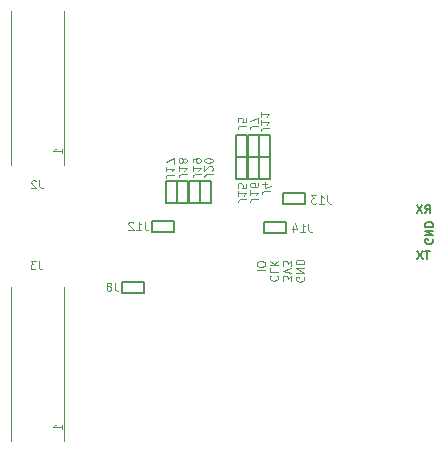
<source format=gbr>
G04 #@! TF.GenerationSoftware,KiCad,Pcbnew,5.1.4+dfsg1-1~bpo10+1*
G04 #@! TF.CreationDate,2020-01-21T09:26:30+01:00*
G04 #@! TF.ProjectId,video-booster-board,76696465-6f2d-4626-9f6f-737465722d62,rev?*
G04 #@! TF.SameCoordinates,Original*
G04 #@! TF.FileFunction,Legend,Bot*
G04 #@! TF.FilePolarity,Positive*
%FSLAX46Y46*%
G04 Gerber Fmt 4.6, Leading zero omitted, Abs format (unit mm)*
G04 Created by KiCad (PCBNEW 5.1.4+dfsg1-1~bpo10+1) date 2020-01-21 09:26:30*
%MOMM*%
%LPD*%
G04 APERTURE LIST*
%ADD10C,0.150000*%
%ADD11C,0.100000*%
%ADD12C,0.125000*%
G04 APERTURE END LIST*
D10*
X131755900Y-73017400D02*
X131755900Y-71157400D01*
X130815900Y-73017400D02*
X131755900Y-73017400D01*
X130815900Y-71157400D02*
X130815900Y-73017400D01*
X131755900Y-71157400D02*
X130815900Y-71157400D01*
X132745900Y-71177400D02*
X132745900Y-73037400D01*
X133685900Y-71177400D02*
X132745900Y-71177400D01*
X133685900Y-73037400D02*
X133685900Y-71177400D01*
X132745900Y-73037400D02*
X133685900Y-73037400D01*
X130815900Y-73057400D02*
X130815900Y-74917400D01*
X131755900Y-73057400D02*
X130815900Y-73057400D01*
X131755900Y-74917400D02*
X131755900Y-73057400D01*
X130815900Y-74917400D02*
X131755900Y-74917400D01*
X131765900Y-73057400D02*
X131765900Y-74917400D01*
X132705900Y-73057400D02*
X131765900Y-73057400D01*
X132705900Y-74917400D02*
X132705900Y-73057400D01*
X131765900Y-74917400D02*
X132705900Y-74917400D01*
X126765900Y-75117400D02*
X126765900Y-76977400D01*
X127705900Y-75117400D02*
X126765900Y-75117400D01*
X127705900Y-76977400D02*
X127705900Y-75117400D01*
X126765900Y-76977400D02*
X127705900Y-76977400D01*
X128655900Y-76977400D02*
X128655900Y-75117400D01*
X127715900Y-76977400D02*
X128655900Y-76977400D01*
X127715900Y-75117400D02*
X127715900Y-76977400D01*
X128655900Y-75117400D02*
X127715900Y-75117400D01*
X125755900Y-76977400D02*
X125755900Y-75117400D01*
X124815900Y-76977400D02*
X125755900Y-76977400D01*
X124815900Y-75117400D02*
X124815900Y-76977400D01*
X125755900Y-75117400D02*
X124815900Y-75117400D01*
X126735900Y-76977400D02*
X126735900Y-75117400D01*
X125795900Y-76977400D02*
X126735900Y-76977400D01*
X125795900Y-75117400D02*
X125795900Y-76977400D01*
X126735900Y-75117400D02*
X125795900Y-75117400D01*
X132755900Y-73057400D02*
X132755900Y-74917400D01*
X133695900Y-73057400D02*
X132755900Y-73057400D01*
X133695900Y-74917400D02*
X133695900Y-73057400D01*
X132755900Y-74917400D02*
X133695900Y-74917400D01*
X123687900Y-79389400D02*
X125547900Y-79389400D01*
X123687900Y-78449400D02*
X123687900Y-79389400D01*
X125547900Y-78449400D02*
X123687900Y-78449400D01*
X125547900Y-79389400D02*
X125547900Y-78449400D01*
X135055600Y-78522400D02*
X133195600Y-78522400D01*
X135055600Y-79462400D02*
X135055600Y-78522400D01*
X133195600Y-79462400D02*
X135055600Y-79462400D01*
X133195600Y-78522400D02*
X133195600Y-79462400D01*
X134770400Y-77024000D02*
X136630400Y-77024000D01*
X134770400Y-76084000D02*
X134770400Y-77024000D01*
X136630400Y-76084000D02*
X134770400Y-76084000D01*
X136630400Y-77024000D02*
X136630400Y-76084000D01*
X121147900Y-84541400D02*
X123007900Y-84541400D01*
X121147900Y-83601400D02*
X121147900Y-84541400D01*
X123007900Y-83601400D02*
X121147900Y-83601400D01*
X123007900Y-84541400D02*
X123007900Y-83601400D01*
X132715900Y-73017400D02*
X132715900Y-71157400D01*
X131775900Y-73017400D02*
X132715900Y-73017400D01*
X131775900Y-71157400D02*
X131775900Y-73017400D01*
X132715900Y-71157400D02*
X131775900Y-71157400D01*
D11*
X116250000Y-97063700D02*
X116250000Y-84063700D01*
X111750000Y-84063700D02*
X111750000Y-97063700D01*
X116250000Y-73695700D02*
X116250000Y-60695700D01*
X111750000Y-60695700D02*
X111750000Y-73695700D01*
D10*
X147430000Y-80013333D02*
X147463333Y-80080000D01*
X147463333Y-80180000D01*
X147430000Y-80280000D01*
X147363333Y-80346666D01*
X147296666Y-80380000D01*
X147163333Y-80413333D01*
X147063333Y-80413333D01*
X146930000Y-80380000D01*
X146863333Y-80346666D01*
X146796666Y-80280000D01*
X146763333Y-80180000D01*
X146763333Y-80113333D01*
X146796666Y-80013333D01*
X146830000Y-79980000D01*
X147063333Y-79980000D01*
X147063333Y-80113333D01*
X146763333Y-79680000D02*
X147463333Y-79680000D01*
X146763333Y-79280000D01*
X147463333Y-79280000D01*
X146763333Y-78946666D02*
X147463333Y-78946666D01*
X147463333Y-78780000D01*
X147430000Y-78680000D01*
X147363333Y-78613333D01*
X147296666Y-78580000D01*
X147163333Y-78546666D01*
X147063333Y-78546666D01*
X146930000Y-78580000D01*
X146863333Y-78613333D01*
X146796666Y-78680000D01*
X146763333Y-78780000D01*
X146763333Y-78946666D01*
X147173333Y-81016666D02*
X146773333Y-81016666D01*
X146973333Y-81716666D02*
X146973333Y-81016666D01*
X146606666Y-81016666D02*
X146140000Y-81716666D01*
X146140000Y-81016666D02*
X146606666Y-81716666D01*
X146796666Y-77816666D02*
X147030000Y-77483333D01*
X147196666Y-77816666D02*
X147196666Y-77116666D01*
X146930000Y-77116666D01*
X146863333Y-77150000D01*
X146830000Y-77183333D01*
X146796666Y-77250000D01*
X146796666Y-77350000D01*
X146830000Y-77416666D01*
X146863333Y-77450000D01*
X146930000Y-77483333D01*
X147196666Y-77483333D01*
X146563333Y-77116666D02*
X146096666Y-77816666D01*
X146096666Y-77116666D02*
X146563333Y-77816666D01*
D12*
X131629233Y-70420733D02*
X131129233Y-70420733D01*
X131029233Y-70454066D01*
X130962566Y-70520733D01*
X130929233Y-70620733D01*
X130929233Y-70687400D01*
X131629233Y-69754066D02*
X131629233Y-70087400D01*
X131295900Y-70120733D01*
X131329233Y-70087400D01*
X131362566Y-70020733D01*
X131362566Y-69854066D01*
X131329233Y-69787400D01*
X131295900Y-69754066D01*
X131229233Y-69720733D01*
X131062566Y-69720733D01*
X130995900Y-69754066D01*
X130962566Y-69787400D01*
X130929233Y-69854066D01*
X130929233Y-70020733D01*
X130962566Y-70087400D01*
X130995900Y-70120733D01*
X133609233Y-70614066D02*
X133109233Y-70614066D01*
X133009233Y-70647400D01*
X132942566Y-70714066D01*
X132909233Y-70814066D01*
X132909233Y-70880733D01*
X132909233Y-69914066D02*
X132909233Y-70314066D01*
X132909233Y-70114066D02*
X133609233Y-70114066D01*
X133509233Y-70180733D01*
X133442566Y-70247400D01*
X133409233Y-70314066D01*
X132909233Y-69247400D02*
X132909233Y-69647400D01*
X132909233Y-69447400D02*
X133609233Y-69447400D01*
X133509233Y-69514066D01*
X133442566Y-69580733D01*
X133409233Y-69647400D01*
X131629233Y-76634066D02*
X131129233Y-76634066D01*
X131029233Y-76667400D01*
X130962566Y-76734066D01*
X130929233Y-76834066D01*
X130929233Y-76900733D01*
X130929233Y-75934066D02*
X130929233Y-76334066D01*
X130929233Y-76134066D02*
X131629233Y-76134066D01*
X131529233Y-76200733D01*
X131462566Y-76267400D01*
X131429233Y-76334066D01*
X131629233Y-75300733D02*
X131629233Y-75634066D01*
X131295900Y-75667400D01*
X131329233Y-75634066D01*
X131362566Y-75567400D01*
X131362566Y-75400733D01*
X131329233Y-75334066D01*
X131295900Y-75300733D01*
X131229233Y-75267400D01*
X131062566Y-75267400D01*
X130995900Y-75300733D01*
X130962566Y-75334066D01*
X130929233Y-75400733D01*
X130929233Y-75567400D01*
X130962566Y-75634066D01*
X130995900Y-75667400D01*
X132689233Y-76584066D02*
X132189233Y-76584066D01*
X132089233Y-76617400D01*
X132022566Y-76684066D01*
X131989233Y-76784066D01*
X131989233Y-76850733D01*
X131989233Y-75884066D02*
X131989233Y-76284066D01*
X131989233Y-76084066D02*
X132689233Y-76084066D01*
X132589233Y-76150733D01*
X132522566Y-76217400D01*
X132489233Y-76284066D01*
X132689233Y-75284066D02*
X132689233Y-75417400D01*
X132655900Y-75484066D01*
X132622566Y-75517400D01*
X132522566Y-75584066D01*
X132389233Y-75617400D01*
X132122566Y-75617400D01*
X132055900Y-75584066D01*
X132022566Y-75550733D01*
X131989233Y-75484066D01*
X131989233Y-75350733D01*
X132022566Y-75284066D01*
X132055900Y-75250733D01*
X132122566Y-75217400D01*
X132289233Y-75217400D01*
X132355900Y-75250733D01*
X132389233Y-75284066D01*
X132422566Y-75350733D01*
X132422566Y-75484066D01*
X132389233Y-75550733D01*
X132355900Y-75584066D01*
X132289233Y-75617400D01*
X127809233Y-74514066D02*
X127309233Y-74514066D01*
X127209233Y-74547400D01*
X127142566Y-74614066D01*
X127109233Y-74714066D01*
X127109233Y-74780733D01*
X127109233Y-73814066D02*
X127109233Y-74214066D01*
X127109233Y-74014066D02*
X127809233Y-74014066D01*
X127709233Y-74080733D01*
X127642566Y-74147400D01*
X127609233Y-74214066D01*
X127109233Y-73480733D02*
X127109233Y-73347400D01*
X127142566Y-73280733D01*
X127175900Y-73247400D01*
X127275900Y-73180733D01*
X127409233Y-73147400D01*
X127675900Y-73147400D01*
X127742566Y-73180733D01*
X127775900Y-73214066D01*
X127809233Y-73280733D01*
X127809233Y-73414066D01*
X127775900Y-73480733D01*
X127742566Y-73514066D01*
X127675900Y-73547400D01*
X127509233Y-73547400D01*
X127442566Y-73514066D01*
X127409233Y-73480733D01*
X127375900Y-73414066D01*
X127375900Y-73280733D01*
X127409233Y-73214066D01*
X127442566Y-73180733D01*
X127509233Y-73147400D01*
X128799233Y-74514066D02*
X128299233Y-74514066D01*
X128199233Y-74547400D01*
X128132566Y-74614066D01*
X128099233Y-74714066D01*
X128099233Y-74780733D01*
X128732566Y-74214066D02*
X128765900Y-74180733D01*
X128799233Y-74114066D01*
X128799233Y-73947400D01*
X128765900Y-73880733D01*
X128732566Y-73847400D01*
X128665900Y-73814066D01*
X128599233Y-73814066D01*
X128499233Y-73847400D01*
X128099233Y-74247400D01*
X128099233Y-73814066D01*
X128799233Y-73380733D02*
X128799233Y-73314066D01*
X128765900Y-73247400D01*
X128732566Y-73214066D01*
X128665900Y-73180733D01*
X128532566Y-73147400D01*
X128365900Y-73147400D01*
X128232566Y-73180733D01*
X128165900Y-73214066D01*
X128132566Y-73247400D01*
X128099233Y-73314066D01*
X128099233Y-73380733D01*
X128132566Y-73447400D01*
X128165900Y-73480733D01*
X128232566Y-73514066D01*
X128365900Y-73547400D01*
X128532566Y-73547400D01*
X128665900Y-73514066D01*
X128732566Y-73480733D01*
X128765900Y-73447400D01*
X128799233Y-73380733D01*
X125539233Y-74554066D02*
X125039233Y-74554066D01*
X124939233Y-74587400D01*
X124872566Y-74654066D01*
X124839233Y-74754066D01*
X124839233Y-74820733D01*
X124839233Y-73854066D02*
X124839233Y-74254066D01*
X124839233Y-74054066D02*
X125539233Y-74054066D01*
X125439233Y-74120733D01*
X125372566Y-74187400D01*
X125339233Y-74254066D01*
X125539233Y-73620733D02*
X125539233Y-73154066D01*
X124839233Y-73454066D01*
X126619233Y-74514066D02*
X126119233Y-74514066D01*
X126019233Y-74547400D01*
X125952566Y-74614066D01*
X125919233Y-74714066D01*
X125919233Y-74780733D01*
X125919233Y-73814066D02*
X125919233Y-74214066D01*
X125919233Y-74014066D02*
X126619233Y-74014066D01*
X126519233Y-74080733D01*
X126452566Y-74147400D01*
X126419233Y-74214066D01*
X126319233Y-73414066D02*
X126352566Y-73480733D01*
X126385900Y-73514066D01*
X126452566Y-73547400D01*
X126485900Y-73547400D01*
X126552566Y-73514066D01*
X126585900Y-73480733D01*
X126619233Y-73414066D01*
X126619233Y-73280733D01*
X126585900Y-73214066D01*
X126552566Y-73180733D01*
X126485900Y-73147400D01*
X126452566Y-73147400D01*
X126385900Y-73180733D01*
X126352566Y-73214066D01*
X126319233Y-73280733D01*
X126319233Y-73414066D01*
X126285900Y-73480733D01*
X126252566Y-73514066D01*
X126185900Y-73547400D01*
X126052566Y-73547400D01*
X125985900Y-73514066D01*
X125952566Y-73480733D01*
X125919233Y-73414066D01*
X125919233Y-73280733D01*
X125952566Y-73214066D01*
X125985900Y-73180733D01*
X126052566Y-73147400D01*
X126185900Y-73147400D01*
X126252566Y-73180733D01*
X126285900Y-73214066D01*
X126319233Y-73280733D01*
X133679233Y-75940733D02*
X133179233Y-75940733D01*
X133079233Y-75974066D01*
X133012566Y-76040733D01*
X132979233Y-76140733D01*
X132979233Y-76207400D01*
X133445900Y-75307400D02*
X132979233Y-75307400D01*
X133712566Y-75474066D02*
X133212566Y-75640733D01*
X133212566Y-75207400D01*
X123044566Y-78546066D02*
X123044566Y-79046066D01*
X123077900Y-79146066D01*
X123144566Y-79212733D01*
X123244566Y-79246066D01*
X123311233Y-79246066D01*
X122344566Y-79246066D02*
X122744566Y-79246066D01*
X122544566Y-79246066D02*
X122544566Y-78546066D01*
X122611233Y-78646066D01*
X122677900Y-78712733D01*
X122744566Y-78746066D01*
X122077900Y-78612733D02*
X122044566Y-78579400D01*
X121977900Y-78546066D01*
X121811233Y-78546066D01*
X121744566Y-78579400D01*
X121711233Y-78612733D01*
X121677900Y-78679400D01*
X121677900Y-78746066D01*
X121711233Y-78846066D01*
X122111233Y-79246066D01*
X121677900Y-79246066D01*
X136922566Y-78694066D02*
X136922566Y-79194066D01*
X136955900Y-79294066D01*
X137022566Y-79360733D01*
X137122566Y-79394066D01*
X137189233Y-79394066D01*
X136222566Y-79394066D02*
X136622566Y-79394066D01*
X136422566Y-79394066D02*
X136422566Y-78694066D01*
X136489233Y-78794066D01*
X136555900Y-78860733D01*
X136622566Y-78894066D01*
X135622566Y-78927400D02*
X135622566Y-79394066D01*
X135789233Y-78660733D02*
X135955900Y-79160733D01*
X135522566Y-79160733D01*
X138522566Y-76294066D02*
X138522566Y-76794066D01*
X138555900Y-76894066D01*
X138622566Y-76960733D01*
X138722566Y-76994066D01*
X138789233Y-76994066D01*
X137822566Y-76994066D02*
X138222566Y-76994066D01*
X138022566Y-76994066D02*
X138022566Y-76294066D01*
X138089233Y-76394066D01*
X138155900Y-76460733D01*
X138222566Y-76494066D01*
X137589233Y-76294066D02*
X137155900Y-76294066D01*
X137389233Y-76560733D01*
X137289233Y-76560733D01*
X137222566Y-76594066D01*
X137189233Y-76627400D01*
X137155900Y-76694066D01*
X137155900Y-76860733D01*
X137189233Y-76927400D01*
X137222566Y-76960733D01*
X137289233Y-76994066D01*
X137489233Y-76994066D01*
X137555900Y-76960733D01*
X137589233Y-76927400D01*
X120521233Y-83683066D02*
X120521233Y-84183066D01*
X120554566Y-84283066D01*
X120621233Y-84349733D01*
X120721233Y-84383066D01*
X120787900Y-84383066D01*
X120087900Y-83983066D02*
X120154566Y-83949733D01*
X120187900Y-83916400D01*
X120221233Y-83849733D01*
X120221233Y-83816400D01*
X120187900Y-83749733D01*
X120154566Y-83716400D01*
X120087900Y-83683066D01*
X119954566Y-83683066D01*
X119887900Y-83716400D01*
X119854566Y-83749733D01*
X119821233Y-83816400D01*
X119821233Y-83849733D01*
X119854566Y-83916400D01*
X119887900Y-83949733D01*
X119954566Y-83983066D01*
X120087900Y-83983066D01*
X120154566Y-84016400D01*
X120187900Y-84049733D01*
X120221233Y-84116400D01*
X120221233Y-84249733D01*
X120187900Y-84316400D01*
X120154566Y-84349733D01*
X120087900Y-84383066D01*
X119954566Y-84383066D01*
X119887900Y-84349733D01*
X119854566Y-84316400D01*
X119821233Y-84249733D01*
X119821233Y-84116400D01*
X119854566Y-84049733D01*
X119887900Y-84016400D01*
X119954566Y-83983066D01*
X132659233Y-70450733D02*
X132159233Y-70450733D01*
X132059233Y-70484066D01*
X131992566Y-70550733D01*
X131959233Y-70650733D01*
X131959233Y-70717400D01*
X132659233Y-70184066D02*
X132659233Y-69717400D01*
X131959233Y-70017400D01*
X114089333Y-81855866D02*
X114089333Y-82355866D01*
X114122666Y-82455866D01*
X114189333Y-82522533D01*
X114289333Y-82555866D01*
X114356000Y-82555866D01*
X113822666Y-81855866D02*
X113389333Y-81855866D01*
X113622666Y-82122533D01*
X113522666Y-82122533D01*
X113456000Y-82155866D01*
X113422666Y-82189200D01*
X113389333Y-82255866D01*
X113389333Y-82422533D01*
X113422666Y-82489200D01*
X113456000Y-82522533D01*
X113522666Y-82555866D01*
X113722666Y-82555866D01*
X113789333Y-82522533D01*
X113822666Y-82489200D01*
X116016666Y-96113700D02*
X116016666Y-95713700D01*
X116016666Y-95913700D02*
X115316666Y-95913700D01*
X115416666Y-95847033D01*
X115483333Y-95780366D01*
X115516666Y-95713700D01*
X133705900Y-83094066D02*
X133672566Y-83127400D01*
X133639233Y-83227400D01*
X133639233Y-83294066D01*
X133672566Y-83394066D01*
X133739233Y-83460733D01*
X133805900Y-83494066D01*
X133939233Y-83527400D01*
X134039233Y-83527400D01*
X134172566Y-83494066D01*
X134239233Y-83460733D01*
X134305900Y-83394066D01*
X134339233Y-83294066D01*
X134339233Y-83227400D01*
X134305900Y-83127400D01*
X134272566Y-83094066D01*
X133639233Y-82460733D02*
X133639233Y-82794066D01*
X134339233Y-82794066D01*
X133639233Y-82227400D02*
X134339233Y-82227400D01*
X133639233Y-81827400D02*
X134039233Y-82127400D01*
X134339233Y-81827400D02*
X133939233Y-82227400D01*
X132539233Y-82644066D02*
X133239233Y-82644066D01*
X133239233Y-82177400D02*
X133239233Y-82044066D01*
X133205900Y-81977400D01*
X133139233Y-81910733D01*
X133005900Y-81877400D01*
X132772566Y-81877400D01*
X132639233Y-81910733D01*
X132572566Y-81977400D01*
X132539233Y-82044066D01*
X132539233Y-82177400D01*
X132572566Y-82244066D01*
X132639233Y-82310733D01*
X132772566Y-82344066D01*
X133005900Y-82344066D01*
X133139233Y-82310733D01*
X133205900Y-82244066D01*
X133239233Y-82177400D01*
X135439233Y-83544066D02*
X135439233Y-83110733D01*
X135172566Y-83344066D01*
X135172566Y-83244066D01*
X135139233Y-83177400D01*
X135105900Y-83144066D01*
X135039233Y-83110733D01*
X134872566Y-83110733D01*
X134805900Y-83144066D01*
X134772566Y-83177400D01*
X134739233Y-83244066D01*
X134739233Y-83444066D01*
X134772566Y-83510733D01*
X134805900Y-83544066D01*
X135439233Y-82910733D02*
X134739233Y-82677400D01*
X135439233Y-82444066D01*
X135439233Y-82277400D02*
X135439233Y-81844066D01*
X135172566Y-82077400D01*
X135172566Y-81977400D01*
X135139233Y-81910733D01*
X135105900Y-81877400D01*
X135039233Y-81844066D01*
X134872566Y-81844066D01*
X134805900Y-81877400D01*
X134772566Y-81910733D01*
X134739233Y-81977400D01*
X134739233Y-82177400D01*
X134772566Y-82244066D01*
X134805900Y-82277400D01*
X136505900Y-83210733D02*
X136539233Y-83277400D01*
X136539233Y-83377400D01*
X136505900Y-83477400D01*
X136439233Y-83544066D01*
X136372566Y-83577400D01*
X136239233Y-83610733D01*
X136139233Y-83610733D01*
X136005900Y-83577400D01*
X135939233Y-83544066D01*
X135872566Y-83477400D01*
X135839233Y-83377400D01*
X135839233Y-83310733D01*
X135872566Y-83210733D01*
X135905900Y-83177400D01*
X136139233Y-83177400D01*
X136139233Y-83310733D01*
X135839233Y-82877400D02*
X136539233Y-82877400D01*
X135839233Y-82477400D01*
X136539233Y-82477400D01*
X135839233Y-82144066D02*
X136539233Y-82144066D01*
X136539233Y-81977400D01*
X136505900Y-81877400D01*
X136439233Y-81810733D01*
X136372566Y-81777400D01*
X136239233Y-81744066D01*
X136139233Y-81744066D01*
X136005900Y-81777400D01*
X135939233Y-81810733D01*
X135872566Y-81877400D01*
X135839233Y-81977400D01*
X135839233Y-82144066D01*
X114139333Y-75005866D02*
X114139333Y-75505866D01*
X114172666Y-75605866D01*
X114239333Y-75672533D01*
X114339333Y-75705866D01*
X114406000Y-75705866D01*
X113839333Y-75072533D02*
X113806000Y-75039200D01*
X113739333Y-75005866D01*
X113572666Y-75005866D01*
X113506000Y-75039200D01*
X113472666Y-75072533D01*
X113439333Y-75139200D01*
X113439333Y-75205866D01*
X113472666Y-75305866D01*
X113872666Y-75705866D01*
X113439333Y-75705866D01*
X116016666Y-72745700D02*
X116016666Y-72345700D01*
X116016666Y-72545700D02*
X115316666Y-72545700D01*
X115416666Y-72479033D01*
X115483333Y-72412366D01*
X115516666Y-72345700D01*
M02*

</source>
